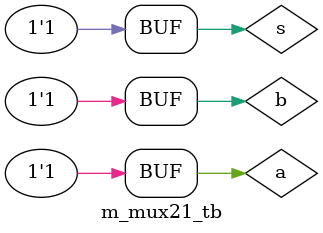
<source format=v>
`timescale 1ns/10ps  //时间单位/精度

module m_mux21(a,b,s,y);
    input a,b,s;
	 output y;
	 
	 assign y=(~s&a)|(s&b);
	 
endmodule


// testbench
module m_mux21_tb;

reg a,b,s;
wire y;

m_mux21 m_mux21(
   .a(a),
   .b(b),
   .s(s),
   .y(y)
);

initial begin

     a<=0;b<=0;s<=0;
#10  a<=0;b<=0;s<=1;
#10  a<=0;b<=1;s<=0;  
#10  a<=0;b<=1;s<=1;  
#10  a<=1;b<=0;s<=0;  
#10  a<=1;b<=0;s<=1;  
#10  a<=1;b<=1;s<=0;  
#10  a<=1;b<=1;s<=1;      

end

endmodule



</source>
